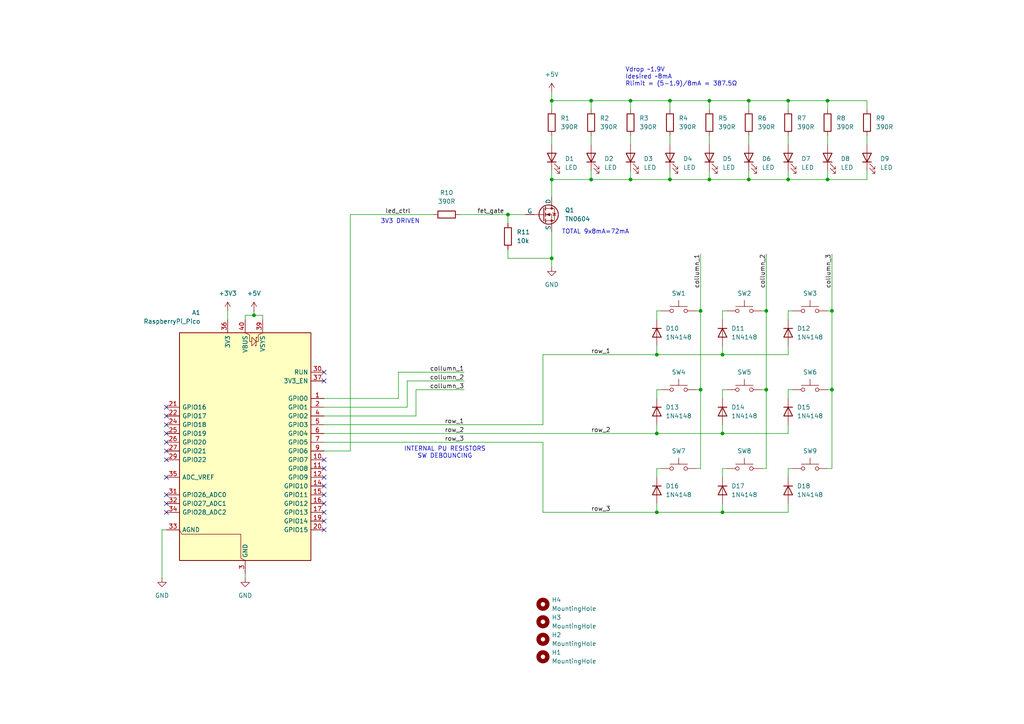
<source format=kicad_sch>
(kicad_sch (version 20250114) (generator "eeschema") (generator_version "9.0")
  (paper "A4")
  (title_block (title "${_PROJECT_}") (date "2025-05-16") (rev "${_REVISION_}") (company "${_COMPANY_}") (comment 1 "Designer: my_name"))
  (lib_symbols
    (symbol "0_west_symbols:DIODE" (pin_numbers (hide yes)) (pin_names (offset 1.016) (hide yes))
      (property "Reference" "D" (at 0 2.54 0))
      (property "Value" "1N4148" (at 0 -2.54 0))
      (symbol "DIODE_0_1"
        (polyline (pts (xy -1.27 1.27) (xy -1.27 -1.27)) (stroke (width 0.254)))
        (polyline (pts (xy 1.27 1.27) (xy 1.27 -1.27) (xy -1.27 0) (xy 1.27 1.27)) (stroke (width 0.254)))
        (polyline (pts (xy 1.27 0) (xy -1.27 0)))
      )
      (symbol "DIODE_1_1"
        (pin passive line (at -3.81 0 0) (length 2.54) (name "K") (number "1"))
        (pin passive line (at 3.81 0 180) (length 2.54) (name "A") (number "2"))
      )
    )
    (symbol "0_west_symbols:LED" (pin_numbers (hide yes)) (pin_names (offset 1.016) (hide yes))
      (property "Reference" "D" (at 0 2.54 0))
      (property "Value" "LED" (at 0 -2.54 0))
      (symbol "LED_0_1"
        (polyline (pts (xy -3.048 -0.762) (xy -4.572 -2.286) (xy -3.81 -2.286) (xy -4.572 -2.286) (xy -4.572 -1.524)))
        (polyline (pts (xy -1.778 -0.762) (xy -3.302 -2.286) (xy -2.54 -2.286) (xy -3.302 -2.286) (xy -3.302 -1.524)))
        (polyline (pts (xy -1.27 0) (xy 1.27 0)))
        (polyline (pts (xy -1.27 -1.27) (xy -1.27 1.27)) (stroke (width 0.254)))
        (polyline (pts (xy 1.27 -1.27) (xy 1.27 1.27) (xy -1.27 0) (xy 1.27 -1.27)) (stroke (width 0.254)))
      )
      (symbol "LED_1_1"
        (pin passive line (at -3.81 0 0) (length 2.54) (name "K") (number "1"))
        (pin passive line (at 3.81 0 180) (length 2.54) (name "A") (number "2"))
      )
    )
    (symbol "0_west_symbols:NMOS" (pin_numbers (hide yes)) (pin_names (offset 0))
      (property "Reference" "Q" (at 5.08 1.27 0))
      (property "Value" "TN0604" (at 5.08 -1.27 0))
      (symbol "NMOS_0_1"
        (polyline (pts (xy 0.254 1.905) (xy 0.254 -1.905)) (stroke (width 0.254)))
        (polyline (pts (xy 0.254 0) (xy -2.54 0)))
        (polyline (pts (xy 0.762 2.286) (xy 0.762 1.27)) (stroke (width 0.254)))
        (polyline (pts (xy 0.762 0.508) (xy 0.762 -0.508)) (stroke (width 0.254)))
        (polyline (pts (xy 0.762 -1.27) (xy 0.762 -2.286)) (stroke (width 0.254)))
        (polyline (pts (xy 0.762 -1.778) (xy 3.302 -1.778) (xy 3.302 1.778) (xy 0.762 1.778)))
        (polyline (pts (xy 1.016 0) (xy 2.032 0.381) (xy 2.032 -0.381) (xy 1.016 0)) (fill (type outline)))
        (circle (center 1.651 0) (radius 2.794) (stroke (width 0.254)))
        (polyline (pts (xy 2.54 2.54) (xy 2.54 1.778)))
        (circle (center 2.54 1.778) (radius 0.254) (fill (type outline)))
        (circle (center 2.54 -1.778) (radius 0.254) (fill (type outline)))
        (polyline (pts (xy 2.54 -2.54) (xy 2.54 0) (xy 0.762 0)))
        (polyline (pts (xy 2.794 0.508) (xy 2.921 0.381) (xy 3.683 0.381) (xy 3.81 0.254)))
        (polyline (pts (xy 3.302 0.381) (xy 2.921 -0.254) (xy 3.683 -0.254) (xy 3.302 0.381)))
      )
      (symbol "NMOS_1_1"
        (pin input line (at -5.08 0 0) (length 2.54) (name "G") (number "2"))
        (pin passive line (at 2.54 5.08 270) (length 2.54) (name "D") (number "1"))
        (pin passive line (at 2.54 -5.08 90) (length 2.54) (name "S") (number "3"))
      )
    )
    (symbol "0_west_symbols:RaspberryPi_Pico" (pin_names (offset 0.762))
      (property "Reference" "A" (at -19.05 35.56 0))
      (property "Value" "RaspberryPi_Pico" (at 7.62 35.56 0))
      (symbol "RaspberryPi_Pico_0_1"
        (rectangle (start -19.05 34.29) (end 19.05 -31.75) (stroke (width 0.254)) (fill (type background)))
        (polyline (pts (xy -5.08 34.29) (xy -3.81 33.655) (xy -3.81 31.75) (xy -3.175 31.75)))
        (polyline (pts (xy -3.429 32.766) (xy -3.429 33.02) (xy -3.175 33.02) (xy -3.175 30.48) (xy -2.921 30.48) (xy -2.921 30.734)))
        (polyline (pts (xy -3.175 31.75) (xy -1.905 33.02) (xy -1.905 30.48) (xy -3.175 31.75)))
        (polyline (pts (xy 0 34.29) (xy -1.27 33.655) (xy -1.27 31.75) (xy -1.905 31.75)))
        (polyline (pts (xy 0 -31.75) (xy 1.27 -31.115) (xy 1.27 -24.13) (xy 18.415 -24.13) (xy 19.05 -22.86)))
      )
      (symbol "RaspberryPi_Pico_1_1"
        (pin passive line (at -22.86 22.86 0) (length 3.81) (name "RUN") (number "30"))
        (pin passive line (at -22.86 20.32 0) (length 3.81) (name "3V3_EN") (number "37"))
        (pin bidirectional line (at -22.86 15.24 0) (length 3.81) (name "GPIO0") (number "1"))
        (pin bidirectional line (at -22.86 12.7 0) (length 3.81) (name "GPIO1") (number "2"))
        (pin bidirectional line (at -22.86 10.16 0) (length 3.81) (name "GPIO2") (number "4"))
        (pin bidirectional line (at -22.86 7.62 0) (length 3.81) (name "GPIO3") (number "5"))
        (pin bidirectional line (at -22.86 5.08 0) (length 3.81) (name "GPIO4") (number "6"))
        (pin bidirectional line (at -22.86 2.54 0) (length 3.81) (name "GPIO5") (number "7"))
        (pin bidirectional line (at -22.86 0 0) (length 3.81) (name "GPIO6") (number "9"))
        (pin bidirectional line (at -22.86 -2.54 0) (length 3.81) (name "GPIO7") (number "10"))
        (pin bidirectional line (at -22.86 -5.08 0) (length 3.81) (name "GPIO8") (number "11"))
        (pin bidirectional line (at -22.86 -7.62 0) (length 3.81) (name "GPIO9") (number "12"))
        (pin bidirectional line (at -22.86 -10.16 0) (length 3.81) (name "GPIO10") (number "14"))
        (pin bidirectional line (at -22.86 -12.7 0) (length 3.81) (name "GPIO11") (number "15"))
        (pin bidirectional line (at -22.86 -15.24 0) (length 3.81) (name "GPIO12") (number "16"))
        (pin bidirectional line (at -22.86 -17.78 0) (length 3.81) (name "GPIO13") (number "17"))
        (pin bidirectional line (at -22.86 -20.32 0) (length 3.81) (name "GPIO14") (number "19"))
        (pin bidirectional line (at -22.86 -22.86 0) (length 3.81) (name "GPIO15") (number "20"))
        (pin power_in line (at -5.08 38.1 270) (length 3.81) (name "VSYS") (number "39"))
        (pin power_out line (at 0 38.1 270) (length 3.81) (name "VBUS") (number "40"))
        (pin passive line (at 0 -35.56 90) (length 3.81) (hide yes) (name "GND") (number "13"))
        (pin passive line (at 0 -35.56 90) (length 3.81) (hide yes) (name "GND") (number "18"))
        (pin passive line (at 0 -35.56 90) (length 3.81) (hide yes) (name "GND") (number "23"))
        (pin passive line (at 0 -35.56 90) (length 3.81) (hide yes) (name "GND") (number "28"))
        (pin power_out line (at 0 -35.56 90) (length 3.81) (name "GND") (number "3"))
        (pin passive line (at 0 -35.56 90) (length 3.81) (hide yes) (name "GND") (number "38"))
        (pin passive line (at 0 -35.56 90) (length 3.81) (hide yes) (name "GND") (number "8"))
        (pin power_out line (at 5.08 38.1 270) (length 3.81) (name "3V3") (number "36"))
        (pin bidirectional line (at 22.86 12.7 180) (length 3.81) (name "GPIO16") (number "21"))
        (pin bidirectional line (at 22.86 10.16 180) (length 3.81) (name "GPIO17") (number "22"))
        (pin bidirectional line (at 22.86 7.62 180) (length 3.81) (name "GPIO18") (number "24"))
        (pin bidirectional line (at 22.86 5.08 180) (length 3.81) (name "GPIO19") (number "25"))
        (pin bidirectional line (at 22.86 2.54 180) (length 3.81) (name "GPIO20") (number "26"))
        (pin bidirectional line (at 22.86 0 180) (length 3.81) (name "GPIO21") (number "27"))
        (pin bidirectional line (at 22.86 -2.54 180) (length 3.81) (name "GPIO22") (number "29"))
        (pin power_in line (at 22.86 -7.62 180) (length 3.81) (name "ADC_VREF") (number "35"))
        (pin bidirectional line (at 22.86 -12.7 180) (length 3.81) (name "GPIO26_ADC0") (number "31"))
        (pin bidirectional line (at 22.86 -15.24 180) (length 3.81) (name "GPIO27_ADC1") (number "32"))
        (pin bidirectional line (at 22.86 -17.78 180) (length 3.81) (name "GPIO28_ADC2") (number "34"))
        (pin power_out line (at 22.86 -22.86 180) (length 3.81) (name "AGND") (number "33"))
      )
    )
    (symbol "0_west_symbols:Resistor" (pin_numbers (hide yes)) (pin_names (offset 0))
      (property "Reference" "R" (at 2.032 0 90))
      (property "Value" "R" (at 0 0 90))
      (symbol "Resistor_0_1"
        (rectangle (start -1.016 -2.54) (end 1.016 2.54) (stroke (width 0.254)))
      )
      (symbol "Resistor_1_1"
        (pin passive line (at 0 3.81 270) (length 1.27) (name "~") (number "1"))
        (pin passive line (at 0 -3.81 90) (length 1.27) (name "~") (number "2"))
      )
    )
    (symbol "0_west_symbols:Switch_Push" (pin_numbers (hide yes)) (pin_names (offset 1.016) (hide yes))
      (property "Reference" "SW" (at 1.27 2.54 0))
      (symbol "Switch_Push_0_1"
        (circle (center -2.032 0) (radius 0.508))
        (polyline (pts (xy 0 1.27) (xy 0 3.048)))
        (circle (center 2.032 0) (radius 0.508))
        (polyline (pts (xy 2.54 1.27) (xy -2.54 1.27)))
        (pin passive line (at -5.08 0 0) (length 2.54) (name "1") (number "1"))
        (pin passive line (at 5.08 0 180) (length 2.54) (name "2") (number "2"))
      )
    )
    (symbol "Mechanical:MountingHole" (pin_names (offset 1.016)) (in_bom no)
      (property "Reference" "H" (at 0 5.08 0))
      (property "Value" "MountingHole" (at 0 3.175 0))
      (symbol "MountingHole_0_1"
        (circle (center 0 0) (radius 1.27) (stroke (width 1.27)))
      )
    )
    (symbol "power:+3V3" (power) (pin_numbers (hide yes)) (pin_names (offset 0) (hide yes))
      (property "Value" "+3V3" (at 0 3.556 0))
      (symbol "+3V3_0_1"
        (polyline (pts (xy -0.762 1.27) (xy 0 2.54)))
        (polyline (pts (xy 0 2.54) (xy 0.762 1.27)))
        (polyline (pts (xy 0 0) (xy 0 2.54)))
      )
      (symbol "+3V3_1_1"
        (pin power_in line (at 0 0 90) (length 0) (name "~") (number "1"))
      )
    )
    (symbol "power:+5V" (power) (pin_numbers (hide yes)) (pin_names (offset 0) (hide yes))
      (property "Value" "+5V" (at 0 3.556 0))
      (symbol "+5V_0_1"
        (polyline (pts (xy -0.762 1.27) (xy 0 2.54)))
        (polyline (pts (xy 0 2.54) (xy 0.762 1.27)))
        (polyline (pts (xy 0 0) (xy 0 2.54)))
      )
      (symbol "+5V_1_1"
        (pin power_in line (at 0 0 90) (length 0) (name "~") (number "1"))
      )
    )
    (symbol "power:GND" (power) (pin_numbers (hide yes)) (pin_names (offset 0) (hide yes))
      (property "Value" "GND" (at 0 -3.81 0))
      (symbol "GND_0_1"
        (polyline (pts (xy 0 0) (xy 0 -1.27) (xy 1.27 -1.27) (xy 0 -2.54) (xy -1.27 -1.27) (xy 0 -1.27)))
      )
      (symbol "GND_1_1"
        (pin power_in line (at 0 0 270) (length 0) (name "~") (number "1"))
      )
    )
  )
  (text "3V3 DRIVEN" (at 116.078 64.262 0) (effects (font (size 1.27 1.27))))
  (text "TOTAL 9x8mA=72mA" (at 172.72 67.31 0) (effects (font (size 1.27 1.27))))
  (text "Vdrop ~1.9V\nIdesired ~8mA\nRlimit = (5-1.9)/8mA = 387.5Ω" (at 181.356 22.352 0) (effects (font (size 1.27 1.27)) (justify left)))
  (text "INTERNAL PU RESISTORS\nSW DEBOUNCING" (at 129.032 131.318 0) (effects (font (size 1.27 1.27))))
  (junction (at 205.74 29.21))
  (junction (at 217.17 29.21))
  (junction (at 160.02 74.93))
  (junction (at 190.5 102.87))
  (junction (at 160.02 52.07))
  (junction (at 190.5 148.59))
  (junction (at 240.03 52.07))
  (junction (at 205.74 52.07))
  (junction (at 209.55 102.87))
  (junction (at 241.3 90.17))
  (junction (at 241.3 113.03))
  (junction (at 194.31 29.21))
  (junction (at 203.2 90.17))
  (junction (at 194.31 52.07))
  (junction (at 190.5 125.73))
  (junction (at 228.6 29.21))
  (junction (at 222.25 113.03))
  (junction (at 182.88 52.07))
  (junction (at 217.17 52.07))
  (junction (at 160.02 29.21))
  (junction (at 240.03 29.21))
  (junction (at 209.55 125.73))
  (junction (at 147.32 62.23))
  (junction (at 228.6 52.07))
  (junction (at 182.88 29.21))
  (junction (at 222.25 90.17))
  (junction (at 73.66 91.44))
  (junction (at 171.45 29.21))
  (junction (at 203.2 113.03))
  (junction (at 209.55 148.59))
  (junction (at 171.45 52.07))
  (no_connect (at 48.26 146.05))
  (no_connect (at 48.26 123.19))
  (no_connect (at 93.98 148.59))
  (no_connect (at 48.26 120.65))
  (no_connect (at 48.26 130.81))
  (no_connect (at 48.26 133.35))
  (no_connect (at 93.98 153.67))
  (no_connect (at 93.98 140.97))
  (no_connect (at 48.26 128.27))
  (no_connect (at 48.26 125.73))
  (no_connect (at 93.98 143.51))
  (no_connect (at 93.98 133.35))
  (no_connect (at 93.98 151.13))
  (no_connect (at 48.26 118.11))
  (no_connect (at 48.26 148.59))
  (no_connect (at 93.98 146.05))
  (no_connect (at 93.98 110.49))
  (no_connect (at 48.26 138.43))
  (no_connect (at 48.26 143.51))
  (no_connect (at 93.98 107.95))
  (no_connect (at 93.98 138.43))
  (no_connect (at 93.98 135.89))
  (wire (pts (xy 217.17 29.21) (xy 217.17 31.75)))
  (wire (pts (xy 209.55 123.19) (xy 209.55 125.73)))
  (wire (pts (xy 201.93 113.03) (xy 203.2 113.03)))
  (wire (pts (xy 209.55 90.17) (xy 210.82 90.17)))
  (wire (pts (xy 209.55 113.03) (xy 210.82 113.03)))
  (wire (pts (xy 160.02 52.07) (xy 160.02 57.15)))
  (wire (pts (xy 133.35 62.23) (xy 147.32 62.23)))
  (wire (pts (xy 209.55 125.73) (xy 228.6 125.73)))
  (wire (pts (xy 209.55 92.71) (xy 209.55 90.17)))
  (wire (pts (xy 171.45 29.21) (xy 171.45 31.75)))
  (wire (pts (xy 228.6 100.33) (xy 228.6 102.87)))
  (wire (pts (xy 203.2 90.17) (xy 203.2 113.03)))
  (wire (pts (xy 205.74 29.21) (xy 205.74 31.75)))
  (wire (pts (xy 171.45 52.07) (xy 182.88 52.07)))
  (wire (pts (xy 209.55 100.33) (xy 209.55 102.87)))
  (wire (pts (xy 160.02 29.21) (xy 171.45 29.21)))
  (wire (pts (xy 115.57 115.57) (xy 93.98 115.57)))
  (wire (pts (xy 46.99 167.64) (xy 46.99 153.67)))
  (wire (pts (xy 147.32 62.23) (xy 147.32 64.77)))
  (wire (pts (xy 241.3 73.66) (xy 241.3 90.17)))
  (wire (pts (xy 220.98 135.89) (xy 222.25 135.89)))
  (wire (pts (xy 115.57 107.95) (xy 115.57 115.57)))
  (wire (pts (xy 228.6 113.03) (xy 229.87 113.03)))
  (wire (pts (xy 101.6 62.23) (xy 125.73 62.23)))
  (wire (pts (xy 73.66 91.44) (xy 76.2 91.44)))
  (wire (pts (xy 228.6 90.17) (xy 229.87 90.17)))
  (wire (pts (xy 160.02 49.53) (xy 160.02 52.07)))
  (wire (pts (xy 222.25 90.17) (xy 222.25 113.03)))
  (wire (pts (xy 240.03 39.37) (xy 240.03 41.91)))
  (wire (pts (xy 190.5 125.73) (xy 209.55 125.73)))
  (wire (pts (xy 251.46 49.53) (xy 251.46 52.07)))
  (wire (pts (xy 120.65 120.65) (xy 93.98 120.65)))
  (wire (pts (xy 217.17 52.07) (xy 228.6 52.07)))
  (wire (pts (xy 147.32 72.39) (xy 147.32 74.93)))
  (wire (pts (xy 228.6 138.43) (xy 228.6 135.89)))
  (wire (pts (xy 201.93 90.17) (xy 203.2 90.17)))
  (wire (pts (xy 205.74 29.21) (xy 217.17 29.21)))
  (wire (pts (xy 240.03 29.21) (xy 240.03 31.75)))
  (wire (pts (xy 93.98 123.19) (xy 157.48 123.19)))
  (wire (pts (xy 228.6 39.37) (xy 228.6 41.91)))
  (wire (pts (xy 118.11 110.49) (xy 118.11 118.11)))
  (wire (pts (xy 228.6 135.89) (xy 229.87 135.89)))
  (wire (pts (xy 220.98 90.17) (xy 222.25 90.17)))
  (wire (pts (xy 217.17 49.53) (xy 217.17 52.07)))
  (wire (pts (xy 160.02 74.93) (xy 160.02 77.47)))
  (wire (pts (xy 171.45 49.53) (xy 171.45 52.07)))
  (wire (pts (xy 228.6 29.21) (xy 228.6 31.75)))
  (wire (pts (xy 160.02 29.21) (xy 160.02 31.75)))
  (wire (pts (xy 190.5 123.19) (xy 190.5 125.73)))
  (wire (pts (xy 71.12 166.37) (xy 71.12 167.64)))
  (wire (pts (xy 205.74 39.37) (xy 205.74 41.91)))
  (wire (pts (xy 46.99 153.67) (xy 48.26 153.67)))
  (wire (pts (xy 182.88 29.21) (xy 182.88 31.75)))
  (wire (pts (xy 182.88 29.21) (xy 194.31 29.21)))
  (wire (pts (xy 182.88 39.37) (xy 182.88 41.91)))
  (wire (pts (xy 160.02 52.07) (xy 171.45 52.07)))
  (wire (pts (xy 118.11 110.49) (xy 134.62 110.49)))
  (wire (pts (xy 66.04 90.17) (xy 66.04 92.71)))
  (wire (pts (xy 240.03 29.21) (xy 251.46 29.21)))
  (wire (pts (xy 182.88 49.53) (xy 182.88 52.07)))
  (wire (pts (xy 190.5 90.17) (xy 191.77 90.17)))
  (wire (pts (xy 209.55 135.89) (xy 210.82 135.89)))
  (wire (pts (xy 209.55 102.87) (xy 228.6 102.87)))
  (wire (pts (xy 160.02 26.67) (xy 160.02 29.21)))
  (wire (pts (xy 115.57 107.95) (xy 134.62 107.95)))
  (wire (pts (xy 241.3 90.17) (xy 241.3 113.03)))
  (wire (pts (xy 194.31 39.37) (xy 194.31 41.91)))
  (wire (pts (xy 147.32 74.93) (xy 160.02 74.93)))
  (wire (pts (xy 240.03 52.07) (xy 251.46 52.07)))
  (wire (pts (xy 251.46 29.21) (xy 251.46 31.75)))
  (wire (pts (xy 157.48 128.27) (xy 157.48 148.59)))
  (wire (pts (xy 160.02 67.31) (xy 160.02 74.93)))
  (wire (pts (xy 205.74 52.07) (xy 217.17 52.07)))
  (wire (pts (xy 228.6 29.21) (xy 240.03 29.21)))
  (wire (pts (xy 228.6 115.57) (xy 228.6 113.03)))
  (wire (pts (xy 251.46 39.37) (xy 251.46 41.91)))
  (wire (pts (xy 194.31 29.21) (xy 194.31 31.75)))
  (wire (pts (xy 190.5 138.43) (xy 190.5 135.89)))
  (wire (pts (xy 228.6 52.07) (xy 240.03 52.07)))
  (wire (pts (xy 201.93 135.89) (xy 203.2 135.89)))
  (wire (pts (xy 220.98 113.03) (xy 222.25 113.03)))
  (wire (pts (xy 240.03 90.17) (xy 241.3 90.17)))
  (wire (pts (xy 160.02 39.37) (xy 160.02 41.91)))
  (wire (pts (xy 228.6 146.05) (xy 228.6 148.59)))
  (wire (pts (xy 190.5 100.33) (xy 190.5 102.87)))
  (wire (pts (xy 157.48 123.19) (xy 157.48 102.87)))
  (wire (pts (xy 190.5 102.87) (xy 209.55 102.87)))
  (wire (pts (xy 240.03 135.89) (xy 241.3 135.89)))
  (wire (pts (xy 228.6 92.71) (xy 228.6 90.17)))
  (wire (pts (xy 241.3 113.03) (xy 241.3 135.89)))
  (wire (pts (xy 222.25 73.66) (xy 222.25 90.17)))
  (wire (pts (xy 190.5 113.03) (xy 191.77 113.03)))
  (wire (pts (xy 203.2 73.66) (xy 203.2 90.17)))
  (wire (pts (xy 171.45 29.21) (xy 182.88 29.21)))
  (wire (pts (xy 93.98 125.73) (xy 190.5 125.73)))
  (wire (pts (xy 101.6 130.81) (xy 101.6 62.23)))
  (wire (pts (xy 205.74 49.53) (xy 205.74 52.07)))
  (wire (pts (xy 152.4 62.23) (xy 147.32 62.23)))
  (wire (pts (xy 194.31 49.53) (xy 194.31 52.07)))
  (wire (pts (xy 194.31 29.21) (xy 205.74 29.21)))
  (wire (pts (xy 190.5 92.71) (xy 190.5 90.17)))
  (wire (pts (xy 222.25 113.03) (xy 222.25 135.89)))
  (wire (pts (xy 240.03 49.53) (xy 240.03 52.07)))
  (wire (pts (xy 71.12 92.71) (xy 71.12 91.44)))
  (wire (pts (xy 118.11 118.11) (xy 93.98 118.11)))
  (wire (pts (xy 93.98 128.27) (xy 157.48 128.27)))
  (wire (pts (xy 93.98 130.81) (xy 101.6 130.81)))
  (wire (pts (xy 73.66 90.17) (xy 73.66 91.44)))
  (wire (pts (xy 71.12 91.44) (xy 73.66 91.44)))
  (wire (pts (xy 194.31 52.07) (xy 205.74 52.07)))
  (wire (pts (xy 157.48 148.59) (xy 190.5 148.59)))
  (wire (pts (xy 209.55 138.43) (xy 209.55 135.89)))
  (wire (pts (xy 209.55 146.05) (xy 209.55 148.59)))
  (wire (pts (xy 209.55 148.59) (xy 228.6 148.59)))
  (wire (pts (xy 190.5 148.59) (xy 209.55 148.59)))
  (wire (pts (xy 76.2 91.44) (xy 76.2 92.71)))
  (wire (pts (xy 157.48 102.87) (xy 190.5 102.87)))
  (wire (pts (xy 209.55 115.57) (xy 209.55 113.03)))
  (wire (pts (xy 190.5 115.57) (xy 190.5 113.03)))
  (wire (pts (xy 171.45 39.37) (xy 171.45 41.91)))
  (wire (pts (xy 240.03 113.03) (xy 241.3 113.03)))
  (wire (pts (xy 190.5 135.89) (xy 191.77 135.89)))
  (wire (pts (xy 203.2 113.03) (xy 203.2 135.89)))
  (wire (pts (xy 120.65 113.03) (xy 120.65 120.65)))
  (wire (pts (xy 228.6 123.19) (xy 228.6 125.73)))
  (wire (pts (xy 190.5 146.05) (xy 190.5 148.59)))
  (wire (pts (xy 182.88 52.07) (xy 194.31 52.07)))
  (wire (pts (xy 120.65 113.03) (xy 134.62 113.03)))
  (wire (pts (xy 217.17 39.37) (xy 217.17 41.91)))
  (wire (pts (xy 217.17 29.21) (xy 228.6 29.21)))
  (wire (pts (xy 228.6 49.53) (xy 228.6 52.07)))
  (label "led_ctrl" (at 111.76 62.23 0))
  (label "collumn_2" (at 134.62 110.49 180))
  (label "collumn_3" (at 241.3 73.66 270))
  (label "row_3" (at 134.62 128.27 180))
  (label "row_3" (at 171.45 148.59 0))
  (label "row_1" (at 134.62 123.19 180))
  (label "row_2" (at 171.45 125.73 0))
  (label "fet_gate" (at 138.43 62.23 0))
  (label "collumn_2" (at 222.25 73.66 270))
  (label "collumn_1" (at 203.2 73.66 270))
  (label "collumn_1" (at 134.62 107.95 180))
  (label "row_2" (at 134.62 125.73 180))
  (label "row_1" (at 171.45 102.87 0))
  (label "collumn_3" (at 134.62 113.03 180))
  (symbol (lib_id "0_west_symbols:LED") (at 160.02 45.72 90) (unit 1)
    (property "Reference" "D1" (at 163.83 46.0374 90) (effects (justify right)))
    (property "Value" "LED" (at 163.83 48.5774 90) (effects (justify right)))
    (property "Footprint" "0_west_footprints:Kingbright_WP914x" (effects (hide yes)))
    (property "Datasheet" "https://www.kingbrightusa.com/images/catalog/SPEC/WP914GDT.pdf" (effects (hide yes)))
    (property "Description" "Light emitting diode, Kingbright_WP914x" (effects (hide yes)))
  )
  (symbol (lib_id "0_west_symbols:DIODE") (at 190.5 142.24 270) (unit 1)
    (property "Reference" "D16" (at 193.04 140.9699 90) (effects (justify left)))
    (property "Value" "1N4148" (at 193.04 143.5099 90) (effects (justify left)))
    (property "Footprint" "Diode_THT:D_DO-35_SOD27_P7.62mm_Horizontal" (effects (hide yes)))
    (property "Datasheet" "https://www.vishay.com/docs/81857/1n4148.pdf" (effects (hide yes)))
    (property "Description" "Small Signal Fast Switching Diodes" (effects (hide yes)))
  )
  (symbol (lib_id "0_west_symbols:Resistor") (at 217.17 35.56 0) (unit 1)
    (property "Reference" "R6" (at 219.71 34.2899 0) (effects (justify left)))
    (property "Value" "390R" (at 219.71 36.8299 0) (effects (justify left)))
    (property "Footprint" "Resistor_THT:R_Axial_DIN0204_L3.6mm_D1.6mm_P5.08mm_Horizontal" (effects (hide yes)))
    (property "Description" "Resistor" (effects (hide yes)))
  )
  (symbol (lib_id "0_west_symbols:NMOS") (at 157.48 62.23 0) (unit 1)
    (property "Reference" "Q1" (at 163.83 60.9599 0) (effects (justify left)))
    (property "Value" "TN0604" (at 163.83 63.4999 0) (effects (justify left)))
    (property "Footprint" "Package_TO_SOT_THT:TO-92L_Inline" (effects (hide yes)))
    (property "Datasheet" "https://ww1.microchip.com/downloads/aemDocuments/documents/APID/ProductDocuments/DataSheets/TN0604-N-Channel-Enhancement-Mode-Vertical-DMOS-FET-Data-Sheet-20005934A.pdf" (effects (hide yes)))
    (property "Description" "N-MOSFET transistor, drain/source/gate" (effects (hide yes)))
  )
  (symbol (lib_id "0_west_symbols:Switch_Push") (at 196.85 135.89 0) (unit 1)
    (property "Reference" "SW7" (at 196.85 130.81 0))
    (property "Value" "switch_1.00u" (effects (hide yes)))
    (property "Footprint" "0_west_footprints:SW_Cherry_MX_PCB_1.00u" (effects (hide yes)))
    (property "Description" "Push button switch, Cherry_MX_PCB_1.00u, Soldered" (effects (hide yes)))
  )
  (symbol (lib_id "0_west_symbols:Resistor") (at 194.31 35.56 0) (unit 1)
    (property "Reference" "R4" (at 196.85 34.2899 0) (effects (justify left)))
    (property "Value" "390R" (at 196.85 36.8299 0) (effects (justify left)))
    (property "Footprint" "Resistor_THT:R_Axial_DIN0204_L3.6mm_D1.6mm_P5.08mm_Horizontal" (effects (hide yes)))
    (property "Description" "Resistor" (effects (hide yes)))
  )
  (symbol (lib_id "0_west_symbols:Switch_Push") (at 215.9 135.89 0) (unit 1)
    (property "Reference" "SW8" (at 215.9 130.81 0))
    (property "Value" "switch_1.00u" (effects (hide yes)))
    (property "Footprint" "0_west_footprints:SW_Cherry_MX_PCB_1.00u" (effects (hide yes)))
    (property "Description" "Push button switch, Cherry_MX_PCB_1.00u, Soldered" (effects (hide yes)))
  )
  (symbol (lib_id "0_west_symbols:DIODE") (at 228.6 119.38 270) (unit 1)
    (property "Reference" "D15" (at 231.14 118.1099 90) (effects (justify left)))
    (property "Value" "1N4148" (at 231.14 120.6499 90) (effects (justify left)))
    (property "Footprint" "Diode_THT:D_DO-35_SOD27_P7.62mm_Horizontal" (effects (hide yes)))
    (property "Datasheet" "https://www.vishay.com/docs/81857/1n4148.pdf" (effects (hide yes)))
    (property "Description" "Small Signal Fast Switching Diodes" (effects (hide yes)))
  )
  (symbol (lib_id "0_west_symbols:Resistor") (at 251.46 35.56 0) (unit 1)
    (property "Reference" "R9" (at 254 34.2899 0) (effects (justify left)))
    (property "Value" "390R" (at 254 36.8299 0) (effects (justify left)))
    (property "Footprint" "Resistor_THT:R_Axial_DIN0204_L3.6mm_D1.6mm_P5.08mm_Horizontal" (effects (hide yes)))
    (property "Description" "Resistor" (effects (hide yes)))
  )
  (symbol (lib_id "0_west_symbols:Resistor") (at 171.45 35.56 0) (unit 1)
    (property "Reference" "R2" (at 173.99 34.2899 0) (effects (justify left)))
    (property "Value" "390R" (at 173.99 36.8299 0) (effects (justify left)))
    (property "Footprint" "Resistor_THT:R_Axial_DIN0204_L3.6mm_D1.6mm_P5.08mm_Horizontal" (effects (hide yes)))
    (property "Description" "Resistor" (effects (hide yes)))
  )
  (symbol (lib_id "Mechanical:MountingHole") (at 157.48 185.42 0) (unit 1) (in_bom no)
    (property "Reference" "H2" (at 160.02 184.1499 0) (effects (justify left)))
    (property "Value" "MountingHole" (at 160.02 186.6899 0) (effects (justify left)))
    (property "Footprint" "0_west_footprints:MountingHole_M2" (effects (hide yes)))
    (property "Description" "Mounting Hole without connection" (effects (hide yes)))
  )
  (symbol (lib_id "0_west_symbols:Switch_Push") (at 196.85 90.17 0) (unit 1)
    (property "Reference" "SW1" (at 196.85 85.09 0))
    (property "Value" "switch_1.00u" (effects (hide yes)))
    (property "Footprint" "0_west_footprints:SW_Cherry_MX_PCB_1.00u" (effects (hide yes)))
    (property "Description" "Push button switch, Cherry_MX_PCB_1.00u, Soldered" (effects (hide yes)))
  )
  (symbol (lib_id "power:+3V3") (at 66.04 90.17 0) (unit 1)
    (property "Reference" "#PWR04" (effects (hide yes)))
    (property "Value" "+3V3" (at 66.04 85.09 0))
    (property "Description" "Power symbol creates a global label with name \"+3V3\"" (effects (hide yes)))
  )
  (symbol (lib_id "0_west_symbols:Resistor") (at 160.02 35.56 0) (unit 1)
    (property "Reference" "R1" (at 162.56 34.2899 0) (effects (justify left)))
    (property "Value" "390R" (at 162.56 36.8299 0) (effects (justify left)))
    (property "Footprint" "Resistor_THT:R_Axial_DIN0204_L3.6mm_D1.6mm_P5.08mm_Horizontal" (effects (hide yes)))
    (property "Description" "Resistor" (effects (hide yes)))
  )
  (symbol (lib_id "0_west_symbols:LED") (at 205.74 45.72 90) (unit 1)
    (property "Reference" "D5" (at 209.55 46.0374 90) (effects (justify right)))
    (property "Value" "LED" (at 209.55 48.5774 90) (effects (justify right)))
    (property "Footprint" "0_west_footprints:Kingbright_WP914x" (effects (hide yes)))
    (property "Datasheet" "https://www.kingbrightusa.com/images/catalog/SPEC/WP914GDT.pdf" (effects (hide yes)))
    (property "Description" "Light emitting diode, Kingbright_WP914x" (effects (hide yes)))
  )
  (symbol (lib_id "0_west_symbols:DIODE") (at 209.55 119.38 270) (unit 1)
    (property "Reference" "D14" (at 212.09 118.1099 90) (effects (justify left)))
    (property "Value" "1N4148" (at 212.09 120.6499 90) (effects (justify left)))
    (property "Footprint" "Diode_THT:D_DO-35_SOD27_P7.62mm_Horizontal" (effects (hide yes)))
    (property "Datasheet" "https://www.vishay.com/docs/81857/1n4148.pdf" (effects (hide yes)))
    (property "Description" "Small Signal Fast Switching Diodes" (effects (hide yes)))
  )
  (symbol (lib_id "0_west_symbols:Switch_Push") (at 196.85 113.03 0) (unit 1)
    (property "Reference" "SW4" (at 196.85 107.95 0))
    (property "Value" "switch_1.00u" (effects (hide yes)))
    (property "Footprint" "0_west_footprints:SW_Cherry_MX_PCB_1.00u" (effects (hide yes)))
    (property "Description" "Push button switch, Cherry_MX_PCB_1.00u, Soldered" (effects (hide yes)))
  )
  (symbol (lib_id "0_west_symbols:LED") (at 182.88 45.72 90) (unit 1)
    (property "Reference" "D3" (at 186.69 46.0374 90) (effects (justify right)))
    (property "Value" "LED" (at 186.69 48.5774 90) (effects (justify right)))
    (property "Footprint" "0_west_footprints:Kingbright_WP914x" (effects (hide yes)))
    (property "Datasheet" "https://www.kingbrightusa.com/images/catalog/SPEC/WP914GDT.pdf" (effects (hide yes)))
    (property "Description" "Light emitting diode, Kingbright_WP914x" (effects (hide yes)))
  )
  (symbol (lib_id "0_west_symbols:Resistor") (at 147.32 68.58 0) (unit 1)
    (property "Reference" "R11" (at 149.86 67.3099 0) (effects (justify left)))
    (property "Value" "10k" (at 149.86 69.8499 0) (effects (justify left)))
    (property "Footprint" "Resistor_THT:R_Axial_DIN0204_L3.6mm_D1.6mm_P5.08mm_Horizontal" (effects (hide yes)))
    (property "Description" "Resistor" (effects (hide yes)))
  )
  (symbol (lib_id "power:+5V") (at 73.66 90.17 0) (unit 1)
    (property "Reference" "#PWR03" (effects (hide yes)))
    (property "Value" "+5V" (at 73.66 85.09 0))
    (property "Description" "Power symbol creates a global label with name \"+5V\"" (effects (hide yes)))
  )
  (symbol (lib_id "Mechanical:MountingHole") (at 157.48 190.5 0) (unit 1) (in_bom no)
    (property "Reference" "H1" (at 160.02 189.2299 0) (effects (justify left)))
    (property "Value" "MountingHole" (at 160.02 191.7699 0) (effects (justify left)))
    (property "Footprint" "0_west_footprints:MountingHole_M2" (effects (hide yes)))
    (property "Description" "Mounting Hole without connection" (effects (hide yes)))
  )
  (symbol (lib_id "0_west_symbols:DIODE") (at 190.5 119.38 270) (unit 1)
    (property "Reference" "D13" (at 193.04 118.1099 90) (effects (justify left)))
    (property "Value" "1N4148" (at 193.04 120.6499 90) (effects (justify left)))
    (property "Footprint" "Diode_THT:D_DO-35_SOD27_P7.62mm_Horizontal" (effects (hide yes)))
    (property "Datasheet" "https://www.vishay.com/docs/81857/1n4148.pdf" (effects (hide yes)))
    (property "Description" "Small Signal Fast Switching Diodes" (effects (hide yes)))
  )
  (symbol (lib_id "0_west_symbols:DIODE") (at 209.55 96.52 270) (unit 1)
    (property "Reference" "D11" (at 212.09 95.2499 90) (effects (justify left)))
    (property "Value" "1N4148" (at 212.09 97.7899 90) (effects (justify left)))
    (property "Footprint" "Diode_THT:D_DO-35_SOD27_P7.62mm_Horizontal" (effects (hide yes)))
    (property "Datasheet" "https://www.vishay.com/docs/81857/1n4148.pdf" (effects (hide yes)))
    (property "Description" "Small Signal Fast Switching Diodes" (effects (hide yes)))
  )
  (symbol (lib_id "0_west_symbols:Switch_Push") (at 234.95 135.89 0) (unit 1)
    (property "Reference" "SW9" (at 234.95 130.81 0))
    (property "Value" "switch_1.00u" (effects (hide yes)))
    (property "Footprint" "0_west_footprints:SW_Cherry_MX_PCB_1.00u" (effects (hide yes)))
    (property "Description" "Push button switch, Cherry_MX_PCB_1.00u, Soldered" (effects (hide yes)))
  )
  (symbol (lib_id "0_west_symbols:Switch_Push") (at 215.9 113.03 0) (unit 1)
    (property "Reference" "SW5" (at 215.9 107.95 0))
    (property "Value" "switch_1.00u" (effects (hide yes)))
    (property "Footprint" "0_west_footprints:SW_Cherry_MX_PCB_1.00u" (effects (hide yes)))
    (property "Description" "Push button switch, Cherry_MX_PCB_1.00u, Soldered" (effects (hide yes)))
  )
  (symbol (lib_id "0_west_symbols:Resistor") (at 205.74 35.56 0) (unit 1)
    (property "Reference" "R5" (at 208.28 34.2899 0) (effects (justify left)))
    (property "Value" "390R" (at 208.28 36.8299 0) (effects (justify left)))
    (property "Footprint" "Resistor_THT:R_Axial_DIN0204_L3.6mm_D1.6mm_P5.08mm_Horizontal" (effects (hide yes)))
    (property "Description" "Resistor" (effects (hide yes)))
  )
  (symbol (lib_id "0_west_symbols:LED") (at 171.45 45.72 90) (unit 1)
    (property "Reference" "D2" (at 175.26 46.0374 90) (effects (justify right)))
    (property "Value" "LED" (at 175.26 48.5774 90) (effects (justify right)))
    (property "Footprint" "0_west_footprints:Kingbright_WP914x" (effects (hide yes)))
    (property "Datasheet" "https://www.kingbrightusa.com/images/catalog/SPEC/WP914GDT.pdf" (effects (hide yes)))
    (property "Description" "Light emitting diode, Kingbright_WP914x" (effects (hide yes)))
  )
  (symbol (lib_id "0_west_symbols:Switch_Push") (at 234.95 113.03 0) (unit 1)
    (property "Reference" "SW6" (at 234.95 107.95 0))
    (property "Value" "switch_1.00u" (effects (hide yes)))
    (property "Footprint" "0_west_footprints:SW_Cherry_MX_PCB_1.00u" (effects (hide yes)))
    (property "Description" "Push button switch, Cherry_MX_PCB_1.00u, Soldered" (effects (hide yes)))
  )
  (symbol (lib_id "0_west_symbols:DIODE") (at 228.6 142.24 270) (unit 1)
    (property "Reference" "D18" (at 231.14 140.9699 90) (effects (justify left)))
    (property "Value" "1N4148" (at 231.14 143.5099 90) (effects (justify left)))
    (property "Footprint" "Diode_THT:D_DO-35_SOD27_P7.62mm_Horizontal" (effects (hide yes)))
    (property "Datasheet" "https://www.vishay.com/docs/81857/1n4148.pdf" (effects (hide yes)))
    (property "Description" "Small Signal Fast Switching Diodes" (effects (hide yes)))
  )
  (symbol (lib_id "power:GND") (at 160.02 77.47 0) (unit 1)
    (property "Reference" "#PWR02" (effects (hide yes)))
    (property "Value" "GND" (at 160.02 82.55 0))
    (property "Description" "Power symbol creates a global label with name \"GND\" , ground" (effects (hide yes)))
  )
  (symbol (lib_id "power:+5V") (at 160.02 26.67 0) (unit 1)
    (property "Reference" "#PWR01" (effects (hide yes)))
    (property "Value" "+5V" (at 160.02 21.59 0))
    (property "Description" "Power symbol creates a global label with name \"+5V\"" (effects (hide yes)))
  )
  (symbol (lib_id "0_west_symbols:Resistor") (at 182.88 35.56 0) (unit 1)
    (property "Reference" "R3" (at 185.42 34.2899 0) (effects (justify left)))
    (property "Value" "390R" (at 185.42 36.8299 0) (effects (justify left)))
    (property "Footprint" "Resistor_THT:R_Axial_DIN0204_L3.6mm_D1.6mm_P5.08mm_Horizontal" (effects (hide yes)))
    (property "Description" "Resistor" (effects (hide yes)))
  )
  (symbol (lib_id "0_west_symbols:LED") (at 251.46 45.72 90) (unit 1)
    (property "Reference" "D9" (at 255.27 46.0374 90) (effects (justify right)))
    (property "Value" "LED" (at 255.27 48.5774 90) (effects (justify right)))
    (property "Footprint" "0_west_footprints:Kingbright_WP914x" (effects (hide yes)))
    (property "Datasheet" "https://www.kingbrightusa.com/images/catalog/SPEC/WP914GDT.pdf" (effects (hide yes)))
    (property "Description" "Light emitting diode, Kingbright_WP914x" (effects (hide yes)))
  )
  (symbol (lib_id "0_west_symbols:Switch_Push") (at 234.95 90.17 0) (unit 1)
    (property "Reference" "SW3" (at 234.95 85.09 0))
    (property "Value" "switch_1.00u" (effects (hide yes)))
    (property "Footprint" "0_west_footprints:SW_Cherry_MX_PCB_1.00u" (effects (hide yes)))
    (property "Description" "Push button switch, Cherry_MX_PCB_1.00u, Soldered" (effects (hide yes)))
  )
  (symbol (lib_id "power:GND") (at 46.99 167.64 0) (unit 1)
    (property "Reference" "#PWR06" (effects (hide yes)))
    (property "Value" "GND" (at 46.99 172.72 0))
    (property "Description" "Power symbol creates a global label with name \"GND\" , ground" (effects (hide yes)))
  )
  (symbol (lib_id "0_west_symbols:DIODE") (at 209.55 142.24 270) (unit 1)
    (property "Reference" "D17" (at 212.09 140.9699 90) (effects (justify left)))
    (property "Value" "1N4148" (at 212.09 143.5099 90) (effects (justify left)))
    (property "Footprint" "Diode_THT:D_DO-35_SOD27_P7.62mm_Horizontal" (effects (hide yes)))
    (property "Datasheet" "https://www.vishay.com/docs/81857/1n4148.pdf" (effects (hide yes)))
    (property "Description" "Small Signal Fast Switching Diodes" (effects (hide yes)))
  )
  (symbol (lib_id "0_west_symbols:LED") (at 217.17 45.72 90) (unit 1)
    (property "Reference" "D6" (at 220.98 46.0374 90) (effects (justify right)))
    (property "Value" "LED" (at 220.98 48.5774 90) (effects (justify right)))
    (property "Footprint" "0_west_footprints:Kingbright_WP914x" (effects (hide yes)))
    (property "Datasheet" "https://www.kingbrightusa.com/images/catalog/SPEC/WP914GDT.pdf" (effects (hide yes)))
    (property "Description" "Light emitting diode, Kingbright_WP914x" (effects (hide yes)))
  )
  (symbol (lib_id "0_west_symbols:LED") (at 194.31 45.72 90) (unit 1)
    (property "Reference" "D4" (at 198.12 46.0374 90) (effects (justify right)))
    (property "Value" "LED" (at 198.12 48.5774 90) (effects (justify right)))
    (property "Footprint" "0_west_footprints:Kingbright_WP914x" (effects (hide yes)))
    (property "Datasheet" "https://www.kingbrightusa.com/images/catalog/SPEC/WP914GDT.pdf" (effects (hide yes)))
    (property "Description" "Light emitting diode, Kingbright_WP914x" (effects (hide yes)))
  )
  (symbol (lib_id "Mechanical:MountingHole") (at 157.48 175.26 0) (unit 1) (in_bom no)
    (property "Reference" "H4" (at 160.02 173.9899 0) (effects (justify left)))
    (property "Value" "MountingHole" (at 160.02 176.5299 0) (effects (justify left)))
    (property "Footprint" "0_west_footprints:MountingHole_M2" (effects (hide yes)))
    (property "Description" "Mounting Hole without connection" (effects (hide yes)))
  )
  (symbol (lib_id "Mechanical:MountingHole") (at 157.48 180.34 0) (unit 1) (in_bom no)
    (property "Reference" "H3" (at 160.02 179.0699 0) (effects (justify left)))
    (property "Value" "MountingHole" (at 160.02 181.6099 0) (effects (justify left)))
    (property "Footprint" "0_west_footprints:MountingHole_M2" (effects (hide yes)))
    (property "Description" "Mounting Hole without connection" (effects (hide yes)))
  )
  (symbol (lib_id "0_west_symbols:LED") (at 228.6 45.72 90) (unit 1)
    (property "Reference" "D7" (at 232.41 46.0374 90) (effects (justify right)))
    (property "Value" "LED" (at 232.41 48.5774 90) (effects (justify right)))
    (property "Footprint" "0_west_footprints:Kingbright_WP914x" (effects (hide yes)))
    (property "Datasheet" "https://www.kingbrightusa.com/images/catalog/SPEC/WP914GDT.pdf" (effects (hide yes)))
    (property "Description" "Light emitting diode, Kingbright_WP914x" (effects (hide yes)))
  )
  (symbol (lib_id "0_west_symbols:Resistor") (at 240.03 35.56 0) (unit 1)
    (property "Reference" "R8" (at 242.57 34.2899 0) (effects (justify left)))
    (property "Value" "390R" (at 242.57 36.8299 0) (effects (justify left)))
    (property "Footprint" "Resistor_THT:R_Axial_DIN0204_L3.6mm_D1.6mm_P5.08mm_Horizontal" (effects (hide yes)))
    (property "Description" "Resistor" (effects (hide yes)))
  )
  (symbol (lib_id "power:GND") (at 71.12 167.64 0) (unit 1)
    (property "Reference" "#PWR05" (effects (hide yes)))
    (property "Value" "GND" (at 71.12 172.72 0))
    (property "Description" "Power symbol creates a global label with name \"GND\" , ground" (effects (hide yes)))
  )
  (symbol (lib_id "0_west_symbols:Resistor") (at 228.6 35.56 0) (unit 1)
    (property "Reference" "R7" (at 231.14 34.2899 0) (effects (justify left)))
    (property "Value" "390R" (at 231.14 36.8299 0) (effects (justify left)))
    (property "Footprint" "Resistor_THT:R_Axial_DIN0204_L3.6mm_D1.6mm_P5.08mm_Horizontal" (effects (hide yes)))
    (property "Description" "Resistor" (effects (hide yes)))
  )
  (symbol (lib_id "0_west_symbols:Switch_Push") (at 215.9 90.17 0) (unit 1)
    (property "Reference" "SW2" (at 215.9 85.09 0))
    (property "Value" "switch_1.00u" (effects (hide yes)))
    (property "Footprint" "0_west_footprints:SW_Cherry_MX_PCB_1.00u" (effects (hide yes)))
    (property "Description" "Push button switch, Cherry_MX_PCB_1.00u, Soldered" (effects (hide yes)))
  )
  (symbol (lib_id "0_west_symbols:DIODE") (at 228.6 96.52 270) (unit 1)
    (property "Reference" "D12" (at 231.14 95.2499 90) (effects (justify left)))
    (property "Value" "1N4148" (at 231.14 97.7899 90) (effects (justify left)))
    (property "Footprint" "Diode_THT:D_DO-35_SOD27_P7.62mm_Horizontal" (effects (hide yes)))
    (property "Datasheet" "https://www.vishay.com/docs/81857/1n4148.pdf" (effects (hide yes)))
    (property "Description" "Small Signal Fast Switching Diodes" (effects (hide yes)))
  )
  (symbol (lib_id "0_west_symbols:LED") (at 240.03 45.72 90) (unit 1)
    (property "Reference" "D8" (at 243.84 46.0374 90) (effects (justify right)))
    (property "Value" "LED" (at 243.84 48.5774 90) (effects (justify right)))
    (property "Footprint" "0_west_footprints:Kingbright_WP914x" (effects (hide yes)))
    (property "Datasheet" "https://www.kingbrightusa.com/images/catalog/SPEC/WP914GDT.pdf" (effects (hide yes)))
    (property "Description" "Light emitting diode, Kingbright_WP914x" (effects (hide yes)))
  )
  (symbol (lib_id "0_west_symbols:RaspberryPi_Pico") (at 71.12 130.81 0) (mirror y) (unit 1)
    (property "Reference" "A1" (at 58.166 90.678 0) (effects (justify left)))
    (property "Value" "RaspberryPi_Pico" (at 58.166 93.218 0) (effects (justify left)))
    (property "Footprint" "0_west_footprints:RaspberryPi_Pico" (effects (hide yes)))
    (property "Datasheet" "https://datasheets.raspberrypi.com/pico/pico-datasheet.pdf" (effects (hide yes)))
    (property "Description" "Versatile and inexpensive microcontroller module powered by RP2040 dual-core Arm Cortex-M0+ processor up to 133 MHz, 264kB SRAM, 2MB QSPI flash; also supports Raspberry Pi Pico 2" (effects (hide yes)))
  )
  (symbol (lib_id "0_west_symbols:DIODE") (at 190.5 96.52 270) (unit 1)
    (property "Reference" "D10" (at 193.04 95.2499 90) (effects (justify left)))
    (property "Value" "1N4148" (at 193.04 97.7899 90) (effects (justify left)))
    (property "Footprint" "Diode_THT:D_DO-35_SOD27_P7.62mm_Horizontal" (effects (hide yes)))
    (property "Datasheet" "https://www.vishay.com/docs/81857/1n4148.pdf" (effects (hide yes)))
    (property "Description" "Small Signal Fast Switching Diodes" (effects (hide yes)))
  )
  (symbol (lib_id "0_west_symbols:Resistor") (at 129.54 62.23 90) (unit 1)
    (property "Reference" "R10" (at 129.54 55.88 90))
    (property "Value" "390R" (at 129.54 58.42 90))
    (property "Footprint" "Resistor_THT:R_Axial_DIN0204_L3.6mm_D1.6mm_P5.08mm_Horizontal" (effects (hide yes)))
    (property "Description" "Resistor" (effects (hide yes)))
  )
)
</source>
